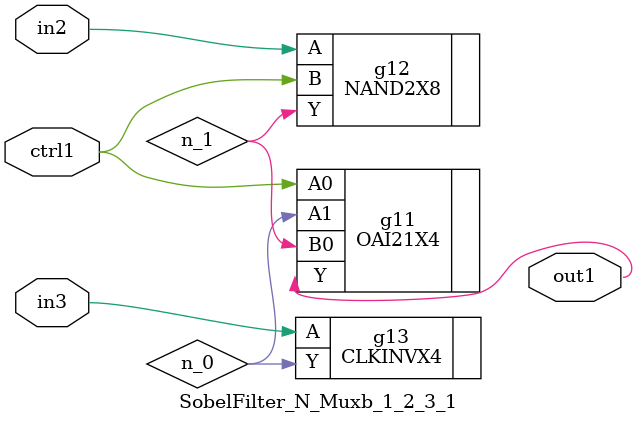
<source format=v>
`timescale 1ps / 1ps


module SobelFilter_N_Muxb_1_2_3_1(in3, in2, ctrl1, out1);
  input in3, in2, ctrl1;
  output out1;
  wire in3, in2, ctrl1;
  wire out1;
  wire n_0, n_1;
  OAI21X4 g11(.A0 (ctrl1), .A1 (n_0), .B0 (n_1), .Y (out1));
  NAND2X8 g12(.A (in2), .B (ctrl1), .Y (n_1));
  CLKINVX4 g13(.A (in3), .Y (n_0));
endmodule


</source>
